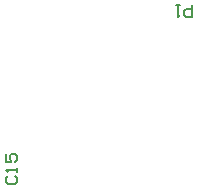
<source format=gbr>
G04*
G04 #@! TF.GenerationSoftware,Altium Limited,Altium Designer,24.0.1 (36)*
G04*
G04 Layer_Color=32896*
%FSLAX25Y25*%
%MOIN*%
G70*
G04*
G04 #@! TF.SameCoordinates,852D5C1C-0582-447D-AFC5-A22B4F0E1159*
G04*
G04*
G04 #@! TF.FilePolarity,Positive*
G04*
G01*
G75*
%ADD62C,0.00591*%
D62*
X61188Y237704D02*
X60532Y237048D01*
Y235736D01*
X61188Y235080D01*
X63812D01*
X64468Y235736D01*
Y237048D01*
X63812Y237704D01*
X64468Y239016D02*
Y240328D01*
Y239672D01*
X60532D01*
X61188Y239016D01*
X60532Y244920D02*
Y242296D01*
X62500D01*
X61844Y243608D01*
Y244264D01*
X62500Y244920D01*
X63812D01*
X64468Y244264D01*
Y242952D01*
X63812Y242296D01*
X122624Y294468D02*
Y290532D01*
X120656D01*
X120000Y291188D01*
Y292500D01*
X120656Y293156D01*
X122624D01*
X118688Y294468D02*
X117376D01*
X118032D01*
Y290532D01*
X118688Y291188D01*
M02*

</source>
